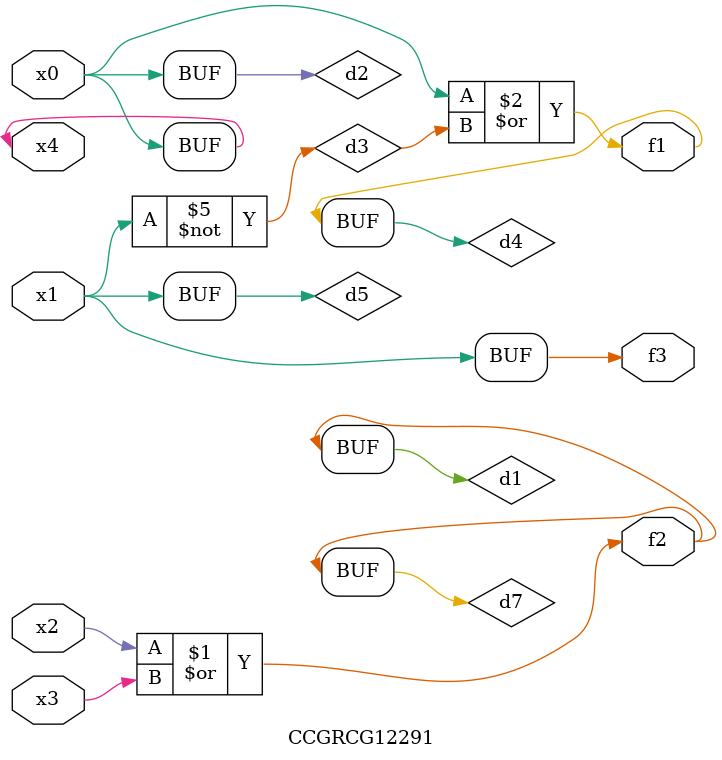
<source format=v>
module CCGRCG12291(
	input x0, x1, x2, x3, x4,
	output f1, f2, f3
);

	wire d1, d2, d3, d4, d5, d6, d7;

	or (d1, x2, x3);
	buf (d2, x0, x4);
	not (d3, x1);
	or (d4, d2, d3);
	not (d5, d3);
	nand (d6, d1, d3);
	or (d7, d1);
	assign f1 = d4;
	assign f2 = d7;
	assign f3 = d5;
endmodule

</source>
